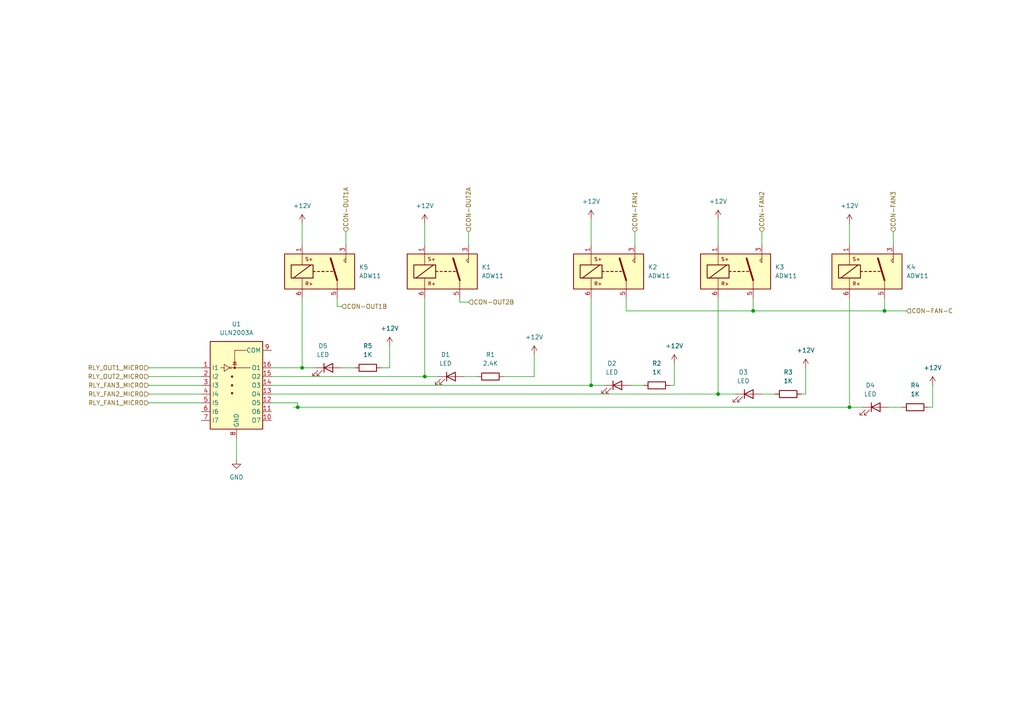
<source format=kicad_sch>
(kicad_sch (version 20230121) (generator eeschema)

  (uuid 87211d9e-03fa-4a81-ad5a-456d7856b01f)

  (paper "A4")

  (lib_symbols
    (symbol "Device:LED" (pin_numbers hide) (pin_names (offset 1.016) hide) (in_bom yes) (on_board yes)
      (property "Reference" "D" (at 0 2.54 0)
        (effects (font (size 1.27 1.27)))
      )
      (property "Value" "LED" (at 0 -2.54 0)
        (effects (font (size 1.27 1.27)))
      )
      (property "Footprint" "" (at 0 0 0)
        (effects (font (size 1.27 1.27)) hide)
      )
      (property "Datasheet" "~" (at 0 0 0)
        (effects (font (size 1.27 1.27)) hide)
      )
      (property "ki_keywords" "LED diode" (at 0 0 0)
        (effects (font (size 1.27 1.27)) hide)
      )
      (property "ki_description" "Light emitting diode" (at 0 0 0)
        (effects (font (size 1.27 1.27)) hide)
      )
      (property "ki_fp_filters" "LED* LED_SMD:* LED_THT:*" (at 0 0 0)
        (effects (font (size 1.27 1.27)) hide)
      )
      (symbol "LED_0_1"
        (polyline
          (pts
            (xy -1.27 -1.27)
            (xy -1.27 1.27)
          )
          (stroke (width 0.254) (type default))
          (fill (type none))
        )
        (polyline
          (pts
            (xy -1.27 0)
            (xy 1.27 0)
          )
          (stroke (width 0) (type default))
          (fill (type none))
        )
        (polyline
          (pts
            (xy 1.27 -1.27)
            (xy 1.27 1.27)
            (xy -1.27 0)
            (xy 1.27 -1.27)
          )
          (stroke (width 0.254) (type default))
          (fill (type none))
        )
        (polyline
          (pts
            (xy -3.048 -0.762)
            (xy -4.572 -2.286)
            (xy -3.81 -2.286)
            (xy -4.572 -2.286)
            (xy -4.572 -1.524)
          )
          (stroke (width 0) (type default))
          (fill (type none))
        )
        (polyline
          (pts
            (xy -1.778 -0.762)
            (xy -3.302 -2.286)
            (xy -2.54 -2.286)
            (xy -3.302 -2.286)
            (xy -3.302 -1.524)
          )
          (stroke (width 0) (type default))
          (fill (type none))
        )
      )
      (symbol "LED_1_1"
        (pin passive line (at -3.81 0 0) (length 2.54)
          (name "K" (effects (font (size 1.27 1.27))))
          (number "1" (effects (font (size 1.27 1.27))))
        )
        (pin passive line (at 3.81 0 180) (length 2.54)
          (name "A" (effects (font (size 1.27 1.27))))
          (number "2" (effects (font (size 1.27 1.27))))
        )
      )
    )
    (symbol "Device:R" (pin_numbers hide) (pin_names (offset 0)) (in_bom yes) (on_board yes)
      (property "Reference" "R" (at 2.032 0 90)
        (effects (font (size 1.27 1.27)))
      )
      (property "Value" "R" (at 0 0 90)
        (effects (font (size 1.27 1.27)))
      )
      (property "Footprint" "" (at -1.778 0 90)
        (effects (font (size 1.27 1.27)) hide)
      )
      (property "Datasheet" "~" (at 0 0 0)
        (effects (font (size 1.27 1.27)) hide)
      )
      (property "ki_keywords" "R res resistor" (at 0 0 0)
        (effects (font (size 1.27 1.27)) hide)
      )
      (property "ki_description" "Resistor" (at 0 0 0)
        (effects (font (size 1.27 1.27)) hide)
      )
      (property "ki_fp_filters" "R_*" (at 0 0 0)
        (effects (font (size 1.27 1.27)) hide)
      )
      (symbol "R_0_1"
        (rectangle (start -1.016 -2.54) (end 1.016 2.54)
          (stroke (width 0.254) (type default))
          (fill (type none))
        )
      )
      (symbol "R_1_1"
        (pin passive line (at 0 3.81 270) (length 1.27)
          (name "~" (effects (font (size 1.27 1.27))))
          (number "1" (effects (font (size 1.27 1.27))))
        )
        (pin passive line (at 0 -3.81 90) (length 1.27)
          (name "~" (effects (font (size 1.27 1.27))))
          (number "2" (effects (font (size 1.27 1.27))))
        )
      )
    )
    (symbol "Relay:ADW11" (in_bom yes) (on_board yes)
      (property "Reference" "K" (at 11.43 3.81 0)
        (effects (font (size 1.27 1.27)))
      )
      (property "Value" "ADW11" (at 13.97 1.27 0)
        (effects (font (size 1.27 1.27)))
      )
      (property "Footprint" "Relay_THT:Relay_1P1T_NO_10x24x18.8mm_Panasonic_ADW11xxxxW_THT" (at 33.655 -1.27 0)
        (effects (font (size 1.27 1.27)) hide)
      )
      (property "Datasheet" "https://www.panasonic-electric-works.com/pew/es/downloads/ds_dw_hl_en.pdf" (at 0 0 0)
        (effects (font (size 1.27 1.27)) hide)
      )
      (property "ki_keywords" "SPST 1P1T" (at 0 0 0)
        (effects (font (size 1.27 1.27)) hide)
      )
      (property "ki_description" "Panasonic, 8A/16A, Small Polarized Latching Power Relays, Single coil, 1 Form A" (at 0 0 0)
        (effects (font (size 1.27 1.27)) hide)
      )
      (property "ki_fp_filters" "Relay*1P1T*NO*Panasonic*ADW11xxxxW*" (at 0 0 0)
        (effects (font (size 1.27 1.27)) hide)
      )
      (symbol "ADW11_1_1"
        (rectangle (start -10.16 5.08) (end 10.16 -5.08)
          (stroke (width 0.254) (type default))
          (fill (type background))
        )
        (rectangle (start -8.255 1.905) (end -1.905 -1.905)
          (stroke (width 0.254) (type default))
          (fill (type none))
        )
        (polyline
          (pts
            (xy -7.62 -1.905)
            (xy -2.54 1.905)
          )
          (stroke (width 0.254) (type default))
          (fill (type none))
        )
        (polyline
          (pts
            (xy -5.08 -5.08)
            (xy -5.08 -1.905)
          )
          (stroke (width 0) (type default))
          (fill (type none))
        )
        (polyline
          (pts
            (xy -5.08 5.08)
            (xy -5.08 1.905)
          )
          (stroke (width 0) (type default))
          (fill (type none))
        )
        (polyline
          (pts
            (xy -1.905 0)
            (xy -1.27 0)
          )
          (stroke (width 0.254) (type default))
          (fill (type none))
        )
        (polyline
          (pts
            (xy -0.635 0)
            (xy 0 0)
          )
          (stroke (width 0.254) (type default))
          (fill (type none))
        )
        (polyline
          (pts
            (xy 0.635 0)
            (xy 1.27 0)
          )
          (stroke (width 0.254) (type default))
          (fill (type none))
        )
        (polyline
          (pts
            (xy 0.635 0)
            (xy 1.27 0)
          )
          (stroke (width 0.254) (type default))
          (fill (type none))
        )
        (polyline
          (pts
            (xy 1.905 0)
            (xy 2.54 0)
          )
          (stroke (width 0.254) (type default))
          (fill (type none))
        )
        (polyline
          (pts
            (xy 3.175 0)
            (xy 3.81 0)
          )
          (stroke (width 0.254) (type default))
          (fill (type none))
        )
        (polyline
          (pts
            (xy 5.08 -2.54)
            (xy 3.175 3.81)
          )
          (stroke (width 0.508) (type default))
          (fill (type none))
        )
        (polyline
          (pts
            (xy 5.08 -2.54)
            (xy 5.08 -5.08)
          )
          (stroke (width 0) (type default))
          (fill (type none))
        )
        (polyline
          (pts
            (xy 7.62 3.81)
            (xy 7.62 5.08)
          )
          (stroke (width 0) (type default))
          (fill (type none))
        )
        (polyline
          (pts
            (xy 7.62 3.81)
            (xy 7.62 2.54)
            (xy 6.985 3.175)
            (xy 7.62 3.81)
          )
          (stroke (width 0) (type default))
          (fill (type none))
        )
        (text "R+" (at -3.048 -3.556 0)
          (effects (font (size 1.016 1.016)))
        )
        (text "S+" (at -3.048 3.556 0)
          (effects (font (size 1.016 1.016)))
        )
        (pin passive line (at -5.08 7.62 270) (length 2.54)
          (name "~" (effects (font (size 1.27 1.27))))
          (number "1" (effects (font (size 1.27 1.27))))
        )
        (pin passive line (at 7.62 7.62 270) (length 2.54)
          (name "~" (effects (font (size 1.27 1.27))))
          (number "3" (effects (font (size 1.27 1.27))))
        )
        (pin passive line (at 5.08 -7.62 90) (length 2.54)
          (name "~" (effects (font (size 1.27 1.27))))
          (number "5" (effects (font (size 1.27 1.27))))
        )
        (pin passive line (at -5.08 -7.62 90) (length 2.54)
          (name "~" (effects (font (size 1.27 1.27))))
          (number "6" (effects (font (size 1.27 1.27))))
        )
      )
    )
    (symbol "Transistor_Array:ULN2003A" (in_bom yes) (on_board yes)
      (property "Reference" "U" (at 0 15.875 0)
        (effects (font (size 1.27 1.27)))
      )
      (property "Value" "ULN2003A" (at 0 13.97 0)
        (effects (font (size 1.27 1.27)))
      )
      (property "Footprint" "" (at 1.27 -13.97 0)
        (effects (font (size 1.27 1.27)) (justify left) hide)
      )
      (property "Datasheet" "http://www.ti.com/lit/ds/symlink/uln2003a.pdf" (at 2.54 -5.08 0)
        (effects (font (size 1.27 1.27)) hide)
      )
      (property "ki_keywords" "darlington transistor array" (at 0 0 0)
        (effects (font (size 1.27 1.27)) hide)
      )
      (property "ki_description" "High Voltage, High Current Darlington Transistor Arrays, SOIC16/SOIC16W/DIP16/TSSOP16" (at 0 0 0)
        (effects (font (size 1.27 1.27)) hide)
      )
      (property "ki_fp_filters" "DIP*W7.62mm* SOIC*3.9x9.9mm*P1.27mm* SSOP*4.4x5.2mm*P0.65mm* TSSOP*4.4x5mm*P0.65mm* SOIC*W*5.3x10.2mm*P1.27mm*" (at 0 0 0)
        (effects (font (size 1.27 1.27)) hide)
      )
      (symbol "ULN2003A_0_1"
        (rectangle (start -7.62 -12.7) (end 7.62 12.7)
          (stroke (width 0.254) (type default))
          (fill (type background))
        )
        (circle (center -1.778 5.08) (radius 0.254)
          (stroke (width 0) (type default))
          (fill (type none))
        )
        (circle (center -1.27 -2.286) (radius 0.254)
          (stroke (width 0) (type default))
          (fill (type outline))
        )
        (circle (center -1.27 0) (radius 0.254)
          (stroke (width 0) (type default))
          (fill (type outline))
        )
        (circle (center -1.27 2.54) (radius 0.254)
          (stroke (width 0) (type default))
          (fill (type outline))
        )
        (circle (center -0.508 5.08) (radius 0.254)
          (stroke (width 0) (type default))
          (fill (type outline))
        )
        (polyline
          (pts
            (xy -4.572 5.08)
            (xy -3.556 5.08)
          )
          (stroke (width 0) (type default))
          (fill (type none))
        )
        (polyline
          (pts
            (xy -1.524 5.08)
            (xy 4.064 5.08)
          )
          (stroke (width 0) (type default))
          (fill (type none))
        )
        (polyline
          (pts
            (xy 0 6.731)
            (xy -1.016 6.731)
          )
          (stroke (width 0) (type default))
          (fill (type none))
        )
        (polyline
          (pts
            (xy -0.508 5.08)
            (xy -0.508 10.16)
            (xy 2.921 10.16)
          )
          (stroke (width 0) (type default))
          (fill (type none))
        )
        (polyline
          (pts
            (xy -3.556 6.096)
            (xy -3.556 4.064)
            (xy -2.032 5.08)
            (xy -3.556 6.096)
          )
          (stroke (width 0) (type default))
          (fill (type none))
        )
        (polyline
          (pts
            (xy 0 5.969)
            (xy -1.016 5.969)
            (xy -0.508 6.731)
            (xy 0 5.969)
          )
          (stroke (width 0) (type default))
          (fill (type none))
        )
      )
      (symbol "ULN2003A_1_1"
        (pin input line (at -10.16 5.08 0) (length 2.54)
          (name "I1" (effects (font (size 1.27 1.27))))
          (number "1" (effects (font (size 1.27 1.27))))
        )
        (pin open_collector line (at 10.16 -10.16 180) (length 2.54)
          (name "O7" (effects (font (size 1.27 1.27))))
          (number "10" (effects (font (size 1.27 1.27))))
        )
        (pin open_collector line (at 10.16 -7.62 180) (length 2.54)
          (name "O6" (effects (font (size 1.27 1.27))))
          (number "11" (effects (font (size 1.27 1.27))))
        )
        (pin open_collector line (at 10.16 -5.08 180) (length 2.54)
          (name "O5" (effects (font (size 1.27 1.27))))
          (number "12" (effects (font (size 1.27 1.27))))
        )
        (pin open_collector line (at 10.16 -2.54 180) (length 2.54)
          (name "O4" (effects (font (size 1.27 1.27))))
          (number "13" (effects (font (size 1.27 1.27))))
        )
        (pin open_collector line (at 10.16 0 180) (length 2.54)
          (name "O3" (effects (font (size 1.27 1.27))))
          (number "14" (effects (font (size 1.27 1.27))))
        )
        (pin open_collector line (at 10.16 2.54 180) (length 2.54)
          (name "O2" (effects (font (size 1.27 1.27))))
          (number "15" (effects (font (size 1.27 1.27))))
        )
        (pin open_collector line (at 10.16 5.08 180) (length 2.54)
          (name "O1" (effects (font (size 1.27 1.27))))
          (number "16" (effects (font (size 1.27 1.27))))
        )
        (pin input line (at -10.16 2.54 0) (length 2.54)
          (name "I2" (effects (font (size 1.27 1.27))))
          (number "2" (effects (font (size 1.27 1.27))))
        )
        (pin input line (at -10.16 0 0) (length 2.54)
          (name "I3" (effects (font (size 1.27 1.27))))
          (number "3" (effects (font (size 1.27 1.27))))
        )
        (pin input line (at -10.16 -2.54 0) (length 2.54)
          (name "I4" (effects (font (size 1.27 1.27))))
          (number "4" (effects (font (size 1.27 1.27))))
        )
        (pin input line (at -10.16 -5.08 0) (length 2.54)
          (name "I5" (effects (font (size 1.27 1.27))))
          (number "5" (effects (font (size 1.27 1.27))))
        )
        (pin input line (at -10.16 -7.62 0) (length 2.54)
          (name "I6" (effects (font (size 1.27 1.27))))
          (number "6" (effects (font (size 1.27 1.27))))
        )
        (pin input line (at -10.16 -10.16 0) (length 2.54)
          (name "I7" (effects (font (size 1.27 1.27))))
          (number "7" (effects (font (size 1.27 1.27))))
        )
        (pin power_in line (at 0 -15.24 90) (length 2.54)
          (name "GND" (effects (font (size 1.27 1.27))))
          (number "8" (effects (font (size 1.27 1.27))))
        )
        (pin passive line (at 10.16 10.16 180) (length 2.54)
          (name "COM" (effects (font (size 1.27 1.27))))
          (number "9" (effects (font (size 1.27 1.27))))
        )
      )
    )
    (symbol "power:+12V" (power) (pin_names (offset 0)) (in_bom yes) (on_board yes)
      (property "Reference" "#PWR" (at 0 -3.81 0)
        (effects (font (size 1.27 1.27)) hide)
      )
      (property "Value" "+12V" (at 0 3.556 0)
        (effects (font (size 1.27 1.27)))
      )
      (property "Footprint" "" (at 0 0 0)
        (effects (font (size 1.27 1.27)) hide)
      )
      (property "Datasheet" "" (at 0 0 0)
        (effects (font (size 1.27 1.27)) hide)
      )
      (property "ki_keywords" "global power" (at 0 0 0)
        (effects (font (size 1.27 1.27)) hide)
      )
      (property "ki_description" "Power symbol creates a global label with name \"+12V\"" (at 0 0 0)
        (effects (font (size 1.27 1.27)) hide)
      )
      (symbol "+12V_0_1"
        (polyline
          (pts
            (xy -0.762 1.27)
            (xy 0 2.54)
          )
          (stroke (width 0) (type default))
          (fill (type none))
        )
        (polyline
          (pts
            (xy 0 0)
            (xy 0 2.54)
          )
          (stroke (width 0) (type default))
          (fill (type none))
        )
        (polyline
          (pts
            (xy 0 2.54)
            (xy 0.762 1.27)
          )
          (stroke (width 0) (type default))
          (fill (type none))
        )
      )
      (symbol "+12V_1_1"
        (pin power_in line (at 0 0 90) (length 0) hide
          (name "+12V" (effects (font (size 1.27 1.27))))
          (number "1" (effects (font (size 1.27 1.27))))
        )
      )
    )
    (symbol "power:GND" (power) (pin_names (offset 0)) (in_bom yes) (on_board yes)
      (property "Reference" "#PWR" (at 0 -6.35 0)
        (effects (font (size 1.27 1.27)) hide)
      )
      (property "Value" "GND" (at 0 -3.81 0)
        (effects (font (size 1.27 1.27)))
      )
      (property "Footprint" "" (at 0 0 0)
        (effects (font (size 1.27 1.27)) hide)
      )
      (property "Datasheet" "" (at 0 0 0)
        (effects (font (size 1.27 1.27)) hide)
      )
      (property "ki_keywords" "global power" (at 0 0 0)
        (effects (font (size 1.27 1.27)) hide)
      )
      (property "ki_description" "Power symbol creates a global label with name \"GND\" , ground" (at 0 0 0)
        (effects (font (size 1.27 1.27)) hide)
      )
      (symbol "GND_0_1"
        (polyline
          (pts
            (xy 0 0)
            (xy 0 -1.27)
            (xy 1.27 -1.27)
            (xy 0 -2.54)
            (xy -1.27 -1.27)
            (xy 0 -1.27)
          )
          (stroke (width 0) (type default))
          (fill (type none))
        )
      )
      (symbol "GND_1_1"
        (pin power_in line (at 0 0 270) (length 0) hide
          (name "GND" (effects (font (size 1.27 1.27))))
          (number "1" (effects (font (size 1.27 1.27))))
        )
      )
    )
  )

  (junction (at 208.28 114.3) (diameter 0) (color 0 0 0 0)
    (uuid 180635f2-5487-4e70-ad86-e25f2ffac90d)
  )
  (junction (at 123.19 109.22) (diameter 0) (color 0 0 0 0)
    (uuid 4fdcf0a7-f8ae-4404-8284-95fa79eadae6)
  )
  (junction (at 256.54 90.17) (diameter 0) (color 0 0 0 0)
    (uuid 8f2b160f-6051-40ac-9d6b-c25bcbbc855a)
  )
  (junction (at 87.63 106.68) (diameter 0) (color 0 0 0 0)
    (uuid 9fc081f2-2f28-4935-aebe-01a667b02308)
  )
  (junction (at 171.45 111.76) (diameter 0) (color 0 0 0 0)
    (uuid cf6ced28-10f7-4d48-ab90-8ddfde4324ca)
  )
  (junction (at 86.36 118.11) (diameter 0) (color 0 0 0 0)
    (uuid d39268e7-e6f3-4105-a6f8-6e1a58cee70a)
  )
  (junction (at 246.38 118.11) (diameter 0) (color 0 0 0 0)
    (uuid ea594f3c-4ed4-41e6-a1fa-03e6c51b60b9)
  )
  (junction (at 218.44 90.17) (diameter 0) (color 0 0 0 0)
    (uuid eb084c6d-8bb8-4453-9541-6cfca34f1cde)
  )

  (wire (pts (xy 218.44 90.17) (xy 256.54 90.17))
    (stroke (width 0) (type default))
    (uuid 023a31fb-2656-461c-a5cf-2d2586c37a07)
  )
  (wire (pts (xy 99.06 106.68) (xy 102.87 106.68))
    (stroke (width 0) (type default))
    (uuid 07a371b7-f784-44bb-8724-5b1cfb821f4d)
  )
  (wire (pts (xy 43.18 116.84) (xy 58.42 116.84))
    (stroke (width 0) (type default))
    (uuid 07e5df51-5a14-4916-bf27-86d90b65fed3)
  )
  (wire (pts (xy 257.81 118.11) (xy 261.62 118.11))
    (stroke (width 0) (type default))
    (uuid 0b385cfc-8bf2-46bc-920b-80ced991f5e0)
  )
  (wire (pts (xy 123.19 86.36) (xy 123.19 109.22))
    (stroke (width 0) (type default))
    (uuid 0d19d0e7-08ef-49ab-a52c-ffa1bd753ccc)
  )
  (wire (pts (xy 86.36 118.11) (xy 86.36 116.84))
    (stroke (width 0) (type default))
    (uuid 0d58b15d-3f36-4aeb-8814-b8c2bda2abb8)
  )
  (wire (pts (xy 133.35 86.36) (xy 133.35 87.63))
    (stroke (width 0) (type default))
    (uuid 1487502d-ef58-43c1-909e-f5794b1ac76a)
  )
  (wire (pts (xy 233.68 114.3) (xy 233.68 106.68))
    (stroke (width 0) (type default))
    (uuid 1a144a26-bc4f-464f-92d8-fcfecee06e98)
  )
  (wire (pts (xy 78.74 111.76) (xy 171.45 111.76))
    (stroke (width 0) (type default))
    (uuid 1c195921-6ff3-44bb-99fd-353428b01531)
  )
  (wire (pts (xy 85.09 118.11) (xy 86.36 118.11))
    (stroke (width 0) (type default))
    (uuid 1cd0310f-135c-4516-b5cf-64d996ae8f28)
  )
  (wire (pts (xy 133.35 87.63) (xy 135.89 87.63))
    (stroke (width 0) (type default))
    (uuid 25d2f149-12ab-46ba-9a79-626a52403fb2)
  )
  (wire (pts (xy 208.28 114.3) (xy 213.36 114.3))
    (stroke (width 0) (type default))
    (uuid 25ea5985-5373-499c-a48e-1a3f5d56b4a0)
  )
  (wire (pts (xy 256.54 90.17) (xy 262.89 90.17))
    (stroke (width 0) (type default))
    (uuid 29f55f45-369b-42ea-8120-7fca32618f4a)
  )
  (wire (pts (xy 246.38 64.77) (xy 246.38 71.12))
    (stroke (width 0) (type default))
    (uuid 345b1fa8-0281-4318-8114-06d2b8066eab)
  )
  (wire (pts (xy 123.19 109.22) (xy 127 109.22))
    (stroke (width 0) (type default))
    (uuid 3c30fc27-2a54-4557-ae0f-ee92e2d35671)
  )
  (wire (pts (xy 171.45 86.36) (xy 171.45 111.76))
    (stroke (width 0) (type default))
    (uuid 3dc51a18-55c2-4c53-89dc-01464cf941e6)
  )
  (wire (pts (xy 87.63 106.68) (xy 91.44 106.68))
    (stroke (width 0) (type default))
    (uuid 42170cb8-8d29-4794-84f7-e3a873d8acfc)
  )
  (wire (pts (xy 43.18 106.68) (xy 58.42 106.68))
    (stroke (width 0) (type default))
    (uuid 43dbe99f-6630-47fd-b4a8-3e8b9b5bd2f3)
  )
  (wire (pts (xy 123.19 64.77) (xy 123.19 71.12))
    (stroke (width 0) (type default))
    (uuid 44c06e9b-aea0-433a-946a-f363b5a709fe)
  )
  (wire (pts (xy 43.18 109.22) (xy 58.42 109.22))
    (stroke (width 0) (type default))
    (uuid 44f56e52-44e0-46ac-a619-8deff5a827b5)
  )
  (wire (pts (xy 194.31 111.76) (xy 195.58 111.76))
    (stroke (width 0) (type default))
    (uuid 45cf7444-4934-41b1-991c-ab191ef719d1)
  )
  (wire (pts (xy 100.33 67.31) (xy 100.33 71.12))
    (stroke (width 0) (type default))
    (uuid 4a2e29ba-c315-4011-ac9e-0e17dd7113f8)
  )
  (wire (pts (xy 256.54 86.36) (xy 256.54 90.17))
    (stroke (width 0) (type default))
    (uuid 51390789-0375-4cf0-b6e9-09f145fe1505)
  )
  (wire (pts (xy 154.94 109.22) (xy 154.94 102.87))
    (stroke (width 0) (type default))
    (uuid 55ecaf1d-3052-4eb2-b8a7-19e2930160be)
  )
  (wire (pts (xy 78.74 114.3) (xy 208.28 114.3))
    (stroke (width 0) (type default))
    (uuid 60490232-5b3c-4480-ad8e-18cf53c2bafa)
  )
  (wire (pts (xy 87.63 64.77) (xy 87.63 71.12))
    (stroke (width 0) (type default))
    (uuid 6357c5aa-0f07-43f8-a023-1f9ecc997105)
  )
  (wire (pts (xy 146.05 109.22) (xy 154.94 109.22))
    (stroke (width 0) (type default))
    (uuid 66643241-e9ca-417c-9e52-402e47bb83f9)
  )
  (wire (pts (xy 246.38 86.36) (xy 246.38 118.11))
    (stroke (width 0) (type default))
    (uuid 67c875e7-2854-4926-9193-0e525f92eb14)
  )
  (wire (pts (xy 110.49 106.68) (xy 113.03 106.68))
    (stroke (width 0) (type default))
    (uuid 69c65115-782f-454b-b203-98d61e92f531)
  )
  (wire (pts (xy 97.79 88.9) (xy 99.06 88.9))
    (stroke (width 0) (type default))
    (uuid 7142e8ef-5429-40ed-964a-e7340a5f75f8)
  )
  (wire (pts (xy 181.61 86.36) (xy 181.61 90.17))
    (stroke (width 0) (type default))
    (uuid 7b9e221d-1ca1-4d14-962b-b7750fb5a85d)
  )
  (wire (pts (xy 171.45 111.76) (xy 175.26 111.76))
    (stroke (width 0) (type default))
    (uuid 7f455e94-86f9-4b48-aa45-d716695eb7e5)
  )
  (wire (pts (xy 269.24 118.11) (xy 270.51 118.11))
    (stroke (width 0) (type default))
    (uuid 82953f86-d2de-4e09-b9cd-2873f6da557e)
  )
  (wire (pts (xy 259.08 67.31) (xy 259.08 71.12))
    (stroke (width 0) (type default))
    (uuid 91f0e8e4-5e12-46e2-8493-22d9fda12f00)
  )
  (wire (pts (xy 195.58 111.76) (xy 195.58 105.41))
    (stroke (width 0) (type default))
    (uuid 9c787be3-7df1-42bb-801e-e740ee20ce5e)
  )
  (wire (pts (xy 113.03 106.68) (xy 113.03 100.33))
    (stroke (width 0) (type default))
    (uuid 9d165d1b-b9c0-49c2-8057-da6b84e1997e)
  )
  (wire (pts (xy 208.28 86.36) (xy 208.28 114.3))
    (stroke (width 0) (type default))
    (uuid a338d987-7172-46d8-a3dd-1404182c1bdb)
  )
  (wire (pts (xy 78.74 106.68) (xy 87.63 106.68))
    (stroke (width 0) (type default))
    (uuid a4a3b5a7-ea50-40f2-8d56-023c1ab860b4)
  )
  (wire (pts (xy 233.68 114.3) (xy 232.41 114.3))
    (stroke (width 0) (type default))
    (uuid a5e5a043-03a1-45a5-a760-3594561f4743)
  )
  (wire (pts (xy 184.15 67.31) (xy 184.15 71.12))
    (stroke (width 0) (type default))
    (uuid acc6b315-6174-4dee-8d57-212ef1ccbfef)
  )
  (wire (pts (xy 220.98 67.31) (xy 220.98 71.12))
    (stroke (width 0) (type default))
    (uuid b597d450-54a5-49c8-9eb3-1e5a1b715b77)
  )
  (wire (pts (xy 246.38 118.11) (xy 250.19 118.11))
    (stroke (width 0) (type default))
    (uuid b59ab8b1-3444-4f21-8abb-d6ef7c98429f)
  )
  (wire (pts (xy 182.88 111.76) (xy 186.69 111.76))
    (stroke (width 0) (type default))
    (uuid bdf6d7d9-ac2c-4b60-8cae-b64520ec3648)
  )
  (wire (pts (xy 87.63 86.36) (xy 87.63 106.68))
    (stroke (width 0) (type default))
    (uuid cb71298a-9d12-49f5-af28-983699bab8c0)
  )
  (wire (pts (xy 78.74 109.22) (xy 123.19 109.22))
    (stroke (width 0) (type default))
    (uuid ce803822-a2b6-4cec-b708-134bba6fe31c)
  )
  (wire (pts (xy 86.36 118.11) (xy 246.38 118.11))
    (stroke (width 0) (type default))
    (uuid d77a0805-c109-4b43-a091-47f294e9f7b0)
  )
  (wire (pts (xy 68.58 127) (xy 68.58 133.35))
    (stroke (width 0) (type default))
    (uuid d95d30fe-f1e4-470b-a531-98c251e0faae)
  )
  (wire (pts (xy 134.62 109.22) (xy 138.43 109.22))
    (stroke (width 0) (type default))
    (uuid d9e10bc5-3a3d-4f29-acf3-7156c56abb2f)
  )
  (wire (pts (xy 43.18 114.3) (xy 58.42 114.3))
    (stroke (width 0) (type default))
    (uuid dc44d590-f35a-497d-a070-bca84f871998)
  )
  (wire (pts (xy 220.98 114.3) (xy 224.79 114.3))
    (stroke (width 0) (type default))
    (uuid e09d8c11-0524-4c62-8cf4-92b6833ccd18)
  )
  (wire (pts (xy 218.44 86.36) (xy 218.44 90.17))
    (stroke (width 0) (type default))
    (uuid e1e3187b-49bf-42c3-8dd0-70ee1f25d94f)
  )
  (wire (pts (xy 171.45 63.5) (xy 171.45 71.12))
    (stroke (width 0) (type default))
    (uuid e30d10f1-34d7-4451-aec2-9d8460cf7e0d)
  )
  (wire (pts (xy 270.51 118.11) (xy 270.51 111.76))
    (stroke (width 0) (type default))
    (uuid e5e2a6bd-5b48-4555-a1cd-a6018a0c1b16)
  )
  (wire (pts (xy 208.28 63.5) (xy 208.28 71.12))
    (stroke (width 0) (type default))
    (uuid ecf188cd-b3a6-402c-ae96-4a33d2ace4e8)
  )
  (wire (pts (xy 181.61 90.17) (xy 218.44 90.17))
    (stroke (width 0) (type default))
    (uuid ef5a2db7-1c5d-4836-ac13-8dc081da4ec9)
  )
  (wire (pts (xy 97.79 86.36) (xy 97.79 88.9))
    (stroke (width 0) (type default))
    (uuid f6d908aa-b978-45a9-8d4c-6a4e2dd2f4fd)
  )
  (wire (pts (xy 86.36 116.84) (xy 78.74 116.84))
    (stroke (width 0) (type default))
    (uuid fa358055-f607-4c49-8156-e18d6ddcc817)
  )
  (wire (pts (xy 43.18 111.76) (xy 58.42 111.76))
    (stroke (width 0) (type default))
    (uuid fd459123-1276-4359-937c-282d8527d0f6)
  )
  (wire (pts (xy 135.89 67.31) (xy 135.89 71.12))
    (stroke (width 0) (type default))
    (uuid ff02bd53-f486-4ed6-b95a-a276ef73cd93)
  )

  (hierarchical_label "RLY_OUT1_MICRO" (shape input) (at 43.18 106.68 180) (fields_autoplaced)
    (effects (font (size 1.27 1.27)) (justify right))
    (uuid 02d4122a-5026-417c-8fbe-b1adc68ce213)
  )
  (hierarchical_label "CON-OUT2B" (shape input) (at 135.89 87.63 0) (fields_autoplaced)
    (effects (font (size 1.27 1.27)) (justify left))
    (uuid 0a3a9e99-d696-4845-999a-70d8bee8b661)
  )
  (hierarchical_label "CON-FAN1" (shape input) (at 184.15 67.31 90) (fields_autoplaced)
    (effects (font (size 1.27 1.27)) (justify left))
    (uuid 127ea9a0-eeeb-4ab3-8595-1beea7ae443e)
  )
  (hierarchical_label "CON-FAN3" (shape input) (at 259.08 67.31 90) (fields_autoplaced)
    (effects (font (size 1.27 1.27)) (justify left))
    (uuid 14ed8a97-9d16-49aa-96d4-ab04375b8dcd)
  )
  (hierarchical_label "RLY_FAN1_MICRO" (shape input) (at 43.18 116.84 180) (fields_autoplaced)
    (effects (font (size 1.27 1.27)) (justify right))
    (uuid 3c567380-dae2-4ef2-8f85-d17bc583d5dd)
  )
  (hierarchical_label "RLY_FAN2_MICRO" (shape input) (at 43.18 114.3 180) (fields_autoplaced)
    (effects (font (size 1.27 1.27)) (justify right))
    (uuid 4bc81204-f813-49ba-8766-0f3420abdd00)
  )
  (hierarchical_label "RLY_FAN3_MICRO" (shape input) (at 43.18 111.76 180) (fields_autoplaced)
    (effects (font (size 1.27 1.27)) (justify right))
    (uuid 5a8d07c7-5dd4-4289-9f1c-479162d3e7e3)
  )
  (hierarchical_label "CON-FAN-C" (shape input) (at 262.89 90.17 0) (fields_autoplaced)
    (effects (font (size 1.27 1.27)) (justify left))
    (uuid 5e511781-f8a9-4b1f-9939-1500235a3908)
  )
  (hierarchical_label "CON-FAN2" (shape input) (at 220.98 67.31 90) (fields_autoplaced)
    (effects (font (size 1.27 1.27)) (justify left))
    (uuid 63e6661c-595e-457d-a5e2-b80ff90cd71e)
  )
  (hierarchical_label "CON-OUT1B" (shape input) (at 99.06 88.9 0) (fields_autoplaced)
    (effects (font (size 1.27 1.27)) (justify left))
    (uuid 6d6944ce-6393-4706-addf-24e1926033c4)
  )
  (hierarchical_label "CON-OUT2A" (shape input) (at 135.89 67.31 90) (fields_autoplaced)
    (effects (font (size 1.27 1.27)) (justify left))
    (uuid 79fc9a89-a275-44c0-972d-0bde51a59816)
  )
  (hierarchical_label "CON-OUT1A" (shape input) (at 100.33 67.31 90) (fields_autoplaced)
    (effects (font (size 1.27 1.27)) (justify left))
    (uuid 7ef1c5db-99fd-4c3e-bec1-0f757cb57bf0)
  )
  (hierarchical_label "RLY_OUT2_MICRO" (shape input) (at 43.18 109.22 180) (fields_autoplaced)
    (effects (font (size 1.27 1.27)) (justify right))
    (uuid d1aabd47-5f56-4660-b3a7-a0e24b33445a)
  )

  (symbol (lib_id "Relay:ADW11") (at 176.53 78.74 0) (unit 1)
    (in_bom yes) (on_board yes) (dnp no) (fields_autoplaced)
    (uuid 0bfd0c5b-bfcb-4198-bfab-f45440a80b59)
    (property "Reference" "K2" (at 187.96 77.47 0)
      (effects (font (size 1.27 1.27)) (justify left))
    )
    (property "Value" "ADW11" (at 187.96 80.01 0)
      (effects (font (size 1.27 1.27)) (justify left))
    )
    (property "Footprint" "nuevo simbolo:AZ921" (at 210.185 80.01 0)
      (effects (font (size 1.27 1.27)) hide)
    )
    (property "Datasheet" "https://www.panasonic-electric-works.com/pew/es/downloads/ds_dw_hl_en.pdf" (at 176.53 78.74 0)
      (effects (font (size 1.27 1.27)) hide)
    )
    (pin "1" (uuid 13346f0d-2a0f-4dd8-8112-c0581827921a))
    (pin "3" (uuid c1949855-ed60-4af6-8c37-9c6a506b09e2))
    (pin "5" (uuid 71b9fd6c-5633-47d8-8775-451982e4a076))
    (pin "6" (uuid 067afd46-612c-4bf8-8d08-cd784c229756))
    (instances
      (project "Room_Link"
        (path "/c4ebd78f-0c54-42fb-8411-155772684713/6ffab1c0-a902-4896-acce-96f8f8ea2f51/af24c598-c80e-4034-b866-6a224557696e"
          (reference "K2") (unit 1)
        )
      )
    )
  )

  (symbol (lib_id "Device:LED") (at 95.25 106.68 0) (unit 1)
    (in_bom yes) (on_board yes) (dnp no) (fields_autoplaced)
    (uuid 0c8660de-a718-4b8c-b2e1-cfe70daa53dc)
    (property "Reference" "D5" (at 93.6625 100.33 0)
      (effects (font (size 1.27 1.27)))
    )
    (property "Value" "LED" (at 93.6625 102.87 0)
      (effects (font (size 1.27 1.27)))
    )
    (property "Footprint" "LED_SMD:LED_0805_2012Metric_Pad1.15x1.40mm_HandSolder" (at 95.25 106.68 0)
      (effects (font (size 1.27 1.27)) hide)
    )
    (property "Datasheet" "~" (at 95.25 106.68 0)
      (effects (font (size 1.27 1.27)) hide)
    )
    (pin "1" (uuid 167379fa-e970-41cd-b9d4-91509b285404))
    (pin "2" (uuid 687dd6ce-711a-4559-824f-c150ee25275a))
    (instances
      (project "Room_Link"
        (path "/c4ebd78f-0c54-42fb-8411-155772684713/6ffab1c0-a902-4896-acce-96f8f8ea2f51/af24c598-c80e-4034-b866-6a224557696e"
          (reference "D5") (unit 1)
        )
      )
    )
  )

  (symbol (lib_id "power:GND") (at 68.58 133.35 0) (unit 1)
    (in_bom yes) (on_board yes) (dnp no) (fields_autoplaced)
    (uuid 11d69ea5-bbde-407f-b09b-3f7b5af6d863)
    (property "Reference" "#PWR06" (at 68.58 139.7 0)
      (effects (font (size 1.27 1.27)) hide)
    )
    (property "Value" "GND" (at 68.58 138.43 0)
      (effects (font (size 1.27 1.27)))
    )
    (property "Footprint" "" (at 68.58 133.35 0)
      (effects (font (size 1.27 1.27)) hide)
    )
    (property "Datasheet" "" (at 68.58 133.35 0)
      (effects (font (size 1.27 1.27)) hide)
    )
    (pin "1" (uuid f384c670-2a70-4919-9fdd-b0ab0ebe205f))
    (instances
      (project "Room_Link"
        (path "/c4ebd78f-0c54-42fb-8411-155772684713/6ffab1c0-a902-4896-acce-96f8f8ea2f51/af24c598-c80e-4034-b866-6a224557696e"
          (reference "#PWR06") (unit 1)
        )
      )
    )
  )

  (symbol (lib_id "Device:R") (at 142.24 109.22 90) (unit 1)
    (in_bom yes) (on_board yes) (dnp no) (fields_autoplaced)
    (uuid 1f656f95-a8b1-4403-afd8-db0b607bcd80)
    (property "Reference" "R1" (at 142.24 102.87 90)
      (effects (font (size 1.27 1.27)))
    )
    (property "Value" "2.4K" (at 142.24 105.41 90)
      (effects (font (size 1.27 1.27)))
    )
    (property "Footprint" "Resistor_SMD:R_0805_2012Metric_Pad1.20x1.40mm_HandSolder" (at 142.24 110.998 90)
      (effects (font (size 1.27 1.27)) hide)
    )
    (property "Datasheet" "~" (at 142.24 109.22 0)
      (effects (font (size 1.27 1.27)) hide)
    )
    (pin "1" (uuid 5884d1d7-9745-4d7e-8d88-f50a7b78f2e7))
    (pin "2" (uuid d776e423-eddd-41c5-9dca-9d476bc564fd))
    (instances
      (project "Room_Link"
        (path "/c4ebd78f-0c54-42fb-8411-155772684713/6ffab1c0-a902-4896-acce-96f8f8ea2f51/af24c598-c80e-4034-b866-6a224557696e"
          (reference "R1") (unit 1)
        )
      )
    )
  )

  (symbol (lib_id "power:+12V") (at 113.03 100.33 0) (unit 1)
    (in_bom yes) (on_board yes) (dnp no) (fields_autoplaced)
    (uuid 22821244-5d84-4007-966f-52a7214a7d7c)
    (property "Reference" "#PWR05" (at 113.03 104.14 0)
      (effects (font (size 1.27 1.27)) hide)
    )
    (property "Value" "+12V" (at 113.03 95.25 0)
      (effects (font (size 1.27 1.27)))
    )
    (property "Footprint" "" (at 113.03 100.33 0)
      (effects (font (size 1.27 1.27)) hide)
    )
    (property "Datasheet" "" (at 113.03 100.33 0)
      (effects (font (size 1.27 1.27)) hide)
    )
    (pin "1" (uuid ce981467-598a-48b2-9575-80606e457592))
    (instances
      (project "Room_Link"
        (path "/c4ebd78f-0c54-42fb-8411-155772684713/6ffab1c0-a902-4896-acce-96f8f8ea2f51/af24c598-c80e-4034-b866-6a224557696e"
          (reference "#PWR05") (unit 1)
        )
      )
    )
  )

  (symbol (lib_id "Device:R") (at 106.68 106.68 90) (unit 1)
    (in_bom yes) (on_board yes) (dnp no) (fields_autoplaced)
    (uuid 2852f5b7-e688-4221-a3f4-4b8708e6e0f1)
    (property "Reference" "R5" (at 106.68 100.33 90)
      (effects (font (size 1.27 1.27)))
    )
    (property "Value" "1K" (at 106.68 102.87 90)
      (effects (font (size 1.27 1.27)))
    )
    (property "Footprint" "Resistor_SMD:R_0805_2012Metric_Pad1.20x1.40mm_HandSolder" (at 106.68 108.458 90)
      (effects (font (size 1.27 1.27)) hide)
    )
    (property "Datasheet" "~" (at 106.68 106.68 0)
      (effects (font (size 1.27 1.27)) hide)
    )
    (pin "1" (uuid 97713f03-6578-401f-ad81-1a455276f2d3))
    (pin "2" (uuid d520ee24-6560-48a4-bc26-f499ee54b7a7))
    (instances
      (project "Room_Link"
        (path "/c4ebd78f-0c54-42fb-8411-155772684713/6ffab1c0-a902-4896-acce-96f8f8ea2f51/af24c598-c80e-4034-b866-6a224557696e"
          (reference "R5") (unit 1)
        )
      )
    )
  )

  (symbol (lib_id "power:+12V") (at 123.19 64.77 0) (unit 1)
    (in_bom yes) (on_board yes) (dnp no) (fields_autoplaced)
    (uuid 2a390b3d-5959-4e3a-b9b3-e7b762c660c7)
    (property "Reference" "#PWR08" (at 123.19 68.58 0)
      (effects (font (size 1.27 1.27)) hide)
    )
    (property "Value" "+12V" (at 123.19 59.69 0)
      (effects (font (size 1.27 1.27)))
    )
    (property "Footprint" "" (at 123.19 64.77 0)
      (effects (font (size 1.27 1.27)) hide)
    )
    (property "Datasheet" "" (at 123.19 64.77 0)
      (effects (font (size 1.27 1.27)) hide)
    )
    (pin "1" (uuid 2b1902bc-9f4e-4ee1-aa8e-d4d124191fc9))
    (instances
      (project "Room_Link"
        (path "/c4ebd78f-0c54-42fb-8411-155772684713/6ffab1c0-a902-4896-acce-96f8f8ea2f51/af24c598-c80e-4034-b866-6a224557696e"
          (reference "#PWR08") (unit 1)
        )
      )
    )
  )

  (symbol (lib_id "Device:R") (at 190.5 111.76 90) (unit 1)
    (in_bom yes) (on_board yes) (dnp no) (fields_autoplaced)
    (uuid 2b3c69c3-9db1-48ce-96a8-08d6038b152c)
    (property "Reference" "R2" (at 190.5 105.41 90)
      (effects (font (size 1.27 1.27)))
    )
    (property "Value" "1K" (at 190.5 107.95 90)
      (effects (font (size 1.27 1.27)))
    )
    (property "Footprint" "Resistor_SMD:R_0805_2012Metric_Pad1.20x1.40mm_HandSolder" (at 190.5 113.538 90)
      (effects (font (size 1.27 1.27)) hide)
    )
    (property "Datasheet" "~" (at 190.5 111.76 0)
      (effects (font (size 1.27 1.27)) hide)
    )
    (pin "1" (uuid a85cea52-aaa7-474e-8c13-917e8e03d931))
    (pin "2" (uuid 163c3381-73f9-426f-af22-12ce471f9645))
    (instances
      (project "Room_Link"
        (path "/c4ebd78f-0c54-42fb-8411-155772684713/6ffab1c0-a902-4896-acce-96f8f8ea2f51/af24c598-c80e-4034-b866-6a224557696e"
          (reference "R2") (unit 1)
        )
      )
    )
  )

  (symbol (lib_id "Relay:ADW11") (at 92.71 78.74 0) (unit 1)
    (in_bom yes) (on_board yes) (dnp no) (fields_autoplaced)
    (uuid 352d7ce2-33c1-40b8-9423-d7a1f4bd65bd)
    (property "Reference" "K5" (at 104.14 77.47 0)
      (effects (font (size 1.27 1.27)) (justify left))
    )
    (property "Value" "ADW11" (at 104.14 80.01 0)
      (effects (font (size 1.27 1.27)) (justify left))
    )
    (property "Footprint" "nuevo simbolo:AZ921" (at 126.365 80.01 0)
      (effects (font (size 1.27 1.27)) hide)
    )
    (property "Datasheet" "https://www.panasonic-electric-works.com/pew/es/downloads/ds_dw_hl_en.pdf" (at 92.71 78.74 0)
      (effects (font (size 1.27 1.27)) hide)
    )
    (pin "1" (uuid 5ad70a64-611d-4857-aa09-e6eaf2dd6e7f))
    (pin "3" (uuid 31439592-67c9-4298-9d2d-92751ea6dd08))
    (pin "5" (uuid a58aed34-f75f-4f77-8f4c-a936c632fcd3))
    (pin "6" (uuid c48738fc-84c7-4948-84e8-0889fc47be02))
    (instances
      (project "Room_Link"
        (path "/c4ebd78f-0c54-42fb-8411-155772684713/6ffab1c0-a902-4896-acce-96f8f8ea2f51/af24c598-c80e-4034-b866-6a224557696e"
          (reference "K5") (unit 1)
        )
      )
    )
  )

  (symbol (lib_id "power:+12V") (at 195.58 105.41 0) (unit 1)
    (in_bom yes) (on_board yes) (dnp no) (fields_autoplaced)
    (uuid 41a35580-2c2c-406f-ba28-2c278aed32f4)
    (property "Reference" "#PWR02" (at 195.58 109.22 0)
      (effects (font (size 1.27 1.27)) hide)
    )
    (property "Value" "+12V" (at 195.58 100.33 0)
      (effects (font (size 1.27 1.27)))
    )
    (property "Footprint" "" (at 195.58 105.41 0)
      (effects (font (size 1.27 1.27)) hide)
    )
    (property "Datasheet" "" (at 195.58 105.41 0)
      (effects (font (size 1.27 1.27)) hide)
    )
    (pin "1" (uuid 6149a20a-6820-4071-a3b8-5b506dce5876))
    (instances
      (project "Room_Link"
        (path "/c4ebd78f-0c54-42fb-8411-155772684713/6ffab1c0-a902-4896-acce-96f8f8ea2f51/af24c598-c80e-4034-b866-6a224557696e"
          (reference "#PWR02") (unit 1)
        )
      )
    )
  )

  (symbol (lib_id "power:+12V") (at 87.63 64.77 0) (unit 1)
    (in_bom yes) (on_board yes) (dnp no) (fields_autoplaced)
    (uuid 41d30542-0817-4851-b6a8-e6a231f30feb)
    (property "Reference" "#PWR07" (at 87.63 68.58 0)
      (effects (font (size 1.27 1.27)) hide)
    )
    (property "Value" "+12V" (at 87.63 59.69 0)
      (effects (font (size 1.27 1.27)))
    )
    (property "Footprint" "" (at 87.63 64.77 0)
      (effects (font (size 1.27 1.27)) hide)
    )
    (property "Datasheet" "" (at 87.63 64.77 0)
      (effects (font (size 1.27 1.27)) hide)
    )
    (pin "1" (uuid f565c10f-1228-45a6-afaa-3c2c8d3e9a20))
    (instances
      (project "Room_Link"
        (path "/c4ebd78f-0c54-42fb-8411-155772684713/6ffab1c0-a902-4896-acce-96f8f8ea2f51/af24c598-c80e-4034-b866-6a224557696e"
          (reference "#PWR07") (unit 1)
        )
      )
    )
  )

  (symbol (lib_id "power:+12V") (at 171.45 63.5 0) (unit 1)
    (in_bom yes) (on_board yes) (dnp no) (fields_autoplaced)
    (uuid 4470a54e-97c6-40ab-9c67-a6992b6a5a98)
    (property "Reference" "#PWR09" (at 171.45 67.31 0)
      (effects (font (size 1.27 1.27)) hide)
    )
    (property "Value" "+12V" (at 171.45 58.42 0)
      (effects (font (size 1.27 1.27)))
    )
    (property "Footprint" "" (at 171.45 63.5 0)
      (effects (font (size 1.27 1.27)) hide)
    )
    (property "Datasheet" "" (at 171.45 63.5 0)
      (effects (font (size 1.27 1.27)) hide)
    )
    (pin "1" (uuid 1b5b872b-8497-47d3-b879-9a4504a44425))
    (instances
      (project "Room_Link"
        (path "/c4ebd78f-0c54-42fb-8411-155772684713/6ffab1c0-a902-4896-acce-96f8f8ea2f51/af24c598-c80e-4034-b866-6a224557696e"
          (reference "#PWR09") (unit 1)
        )
      )
    )
  )

  (symbol (lib_id "Device:LED") (at 254 118.11 0) (unit 1)
    (in_bom yes) (on_board yes) (dnp no) (fields_autoplaced)
    (uuid 4c32f021-f5ca-4b99-91c7-cf10f09ee038)
    (property "Reference" "D4" (at 252.4125 111.76 0)
      (effects (font (size 1.27 1.27)))
    )
    (property "Value" "LED" (at 252.4125 114.3 0)
      (effects (font (size 1.27 1.27)))
    )
    (property "Footprint" "LED_SMD:LED_0805_2012Metric_Pad1.15x1.40mm_HandSolder" (at 254 118.11 0)
      (effects (font (size 1.27 1.27)) hide)
    )
    (property "Datasheet" "~" (at 254 118.11 0)
      (effects (font (size 1.27 1.27)) hide)
    )
    (pin "1" (uuid a7e79fb6-9423-4ec9-a6b4-a8873e4909fe))
    (pin "2" (uuid a505fa5c-839f-4618-b781-c9019e3c2f6e))
    (instances
      (project "Room_Link"
        (path "/c4ebd78f-0c54-42fb-8411-155772684713/6ffab1c0-a902-4896-acce-96f8f8ea2f51/af24c598-c80e-4034-b866-6a224557696e"
          (reference "D4") (unit 1)
        )
      )
    )
  )

  (symbol (lib_id "Device:LED") (at 217.17 114.3 0) (unit 1)
    (in_bom yes) (on_board yes) (dnp no)
    (uuid 51477ce7-e458-4704-a51c-be405b89e0d5)
    (property "Reference" "D3" (at 215.5825 107.95 0)
      (effects (font (size 1.27 1.27)))
    )
    (property "Value" "LED" (at 215.5825 110.49 0)
      (effects (font (size 1.27 1.27)))
    )
    (property "Footprint" "LED_SMD:LED_0805_2012Metric_Pad1.15x1.40mm_HandSolder" (at 217.17 114.3 0)
      (effects (font (size 1.27 1.27)) hide)
    )
    (property "Datasheet" "~" (at 217.17 114.3 0)
      (effects (font (size 1.27 1.27)) hide)
    )
    (pin "1" (uuid 53fd2e85-2b12-41f7-9e4e-efa54bd10e51))
    (pin "2" (uuid e54cd096-f704-4f77-b6db-c20db294c11c))
    (instances
      (project "Room_Link"
        (path "/c4ebd78f-0c54-42fb-8411-155772684713/6ffab1c0-a902-4896-acce-96f8f8ea2f51/af24c598-c80e-4034-b866-6a224557696e"
          (reference "D3") (unit 1)
        )
      )
    )
  )

  (symbol (lib_id "Relay:ADW11") (at 128.27 78.74 0) (unit 1)
    (in_bom yes) (on_board yes) (dnp no) (fields_autoplaced)
    (uuid 5db0d4bc-8cbb-4096-b4dc-d6cb6dd8a4dc)
    (property "Reference" "K1" (at 139.7 77.47 0)
      (effects (font (size 1.27 1.27)) (justify left))
    )
    (property "Value" "ADW11" (at 139.7 80.01 0)
      (effects (font (size 1.27 1.27)) (justify left))
    )
    (property "Footprint" "nuevo simbolo:AZ921" (at 161.925 80.01 0)
      (effects (font (size 1.27 1.27)) hide)
    )
    (property "Datasheet" "https://www.panasonic-electric-works.com/pew/es/downloads/ds_dw_hl_en.pdf" (at 128.27 78.74 0)
      (effects (font (size 1.27 1.27)) hide)
    )
    (pin "1" (uuid 71168cfa-033f-45fb-b6be-62ad66984dc4))
    (pin "3" (uuid 4484cf9f-97d9-4d45-bb7f-8cbec47c64fe))
    (pin "5" (uuid 6f162e60-ceee-4212-9a55-4093680f6ddc))
    (pin "6" (uuid 8b97d978-dfb9-46c1-a607-f6ca9013248d))
    (instances
      (project "Room_Link"
        (path "/c4ebd78f-0c54-42fb-8411-155772684713/6ffab1c0-a902-4896-acce-96f8f8ea2f51/af24c598-c80e-4034-b866-6a224557696e"
          (reference "K1") (unit 1)
        )
      )
    )
  )

  (symbol (lib_id "power:+12V") (at 246.38 64.77 0) (unit 1)
    (in_bom yes) (on_board yes) (dnp no) (fields_autoplaced)
    (uuid 74456eb5-19bd-48b1-bd71-cbdd7efb975c)
    (property "Reference" "#PWR011" (at 246.38 68.58 0)
      (effects (font (size 1.27 1.27)) hide)
    )
    (property "Value" "+12V" (at 246.38 59.69 0)
      (effects (font (size 1.27 1.27)))
    )
    (property "Footprint" "" (at 246.38 64.77 0)
      (effects (font (size 1.27 1.27)) hide)
    )
    (property "Datasheet" "" (at 246.38 64.77 0)
      (effects (font (size 1.27 1.27)) hide)
    )
    (pin "1" (uuid e2422e7d-dd15-4181-9755-8237301b639e))
    (instances
      (project "Room_Link"
        (path "/c4ebd78f-0c54-42fb-8411-155772684713/6ffab1c0-a902-4896-acce-96f8f8ea2f51/af24c598-c80e-4034-b866-6a224557696e"
          (reference "#PWR011") (unit 1)
        )
      )
    )
  )

  (symbol (lib_id "Relay:ADW11") (at 251.46 78.74 0) (unit 1)
    (in_bom yes) (on_board yes) (dnp no) (fields_autoplaced)
    (uuid 86a25c11-01ac-4a15-b42f-0df99f00bff6)
    (property "Reference" "K4" (at 262.89 77.47 0)
      (effects (font (size 1.27 1.27)) (justify left))
    )
    (property "Value" "ADW11" (at 262.89 80.01 0)
      (effects (font (size 1.27 1.27)) (justify left))
    )
    (property "Footprint" "nuevo simbolo:AZ921" (at 285.115 80.01 0)
      (effects (font (size 1.27 1.27)) hide)
    )
    (property "Datasheet" "https://www.panasonic-electric-works.com/pew/es/downloads/ds_dw_hl_en.pdf" (at 251.46 78.74 0)
      (effects (font (size 1.27 1.27)) hide)
    )
    (pin "1" (uuid fd81db15-16eb-427b-86a9-63b36345ae9f))
    (pin "3" (uuid 76861b15-3cbf-423e-a2b5-8cd82212c5f2))
    (pin "5" (uuid a6f08fb9-b1f0-4dc2-a276-9eec9ffc8b60))
    (pin "6" (uuid fd02fcb1-eff1-4a2a-a020-5d1c2f007935))
    (instances
      (project "Room_Link"
        (path "/c4ebd78f-0c54-42fb-8411-155772684713/6ffab1c0-a902-4896-acce-96f8f8ea2f51/af24c598-c80e-4034-b866-6a224557696e"
          (reference "K4") (unit 1)
        )
      )
    )
  )

  (symbol (lib_id "power:+12V") (at 208.28 63.5 0) (unit 1)
    (in_bom yes) (on_board yes) (dnp no) (fields_autoplaced)
    (uuid a0d89a8e-62a1-40cd-8b26-08bab0a53942)
    (property "Reference" "#PWR010" (at 208.28 67.31 0)
      (effects (font (size 1.27 1.27)) hide)
    )
    (property "Value" "+12V" (at 208.28 58.42 0)
      (effects (font (size 1.27 1.27)))
    )
    (property "Footprint" "" (at 208.28 63.5 0)
      (effects (font (size 1.27 1.27)) hide)
    )
    (property "Datasheet" "" (at 208.28 63.5 0)
      (effects (font (size 1.27 1.27)) hide)
    )
    (pin "1" (uuid 076b6b65-4bc4-4772-97f1-01b83662c9e9))
    (instances
      (project "Room_Link"
        (path "/c4ebd78f-0c54-42fb-8411-155772684713/6ffab1c0-a902-4896-acce-96f8f8ea2f51/af24c598-c80e-4034-b866-6a224557696e"
          (reference "#PWR010") (unit 1)
        )
      )
    )
  )

  (symbol (lib_id "Device:R") (at 228.6 114.3 90) (unit 1)
    (in_bom yes) (on_board yes) (dnp no)
    (uuid b29a64b5-65b7-4a02-9dd6-e5e8eb3a9966)
    (property "Reference" "R3" (at 228.6 107.95 90)
      (effects (font (size 1.27 1.27)))
    )
    (property "Value" "1K" (at 228.6 110.49 90)
      (effects (font (size 1.27 1.27)))
    )
    (property "Footprint" "Resistor_SMD:R_0805_2012Metric_Pad1.20x1.40mm_HandSolder" (at 228.6 116.078 90)
      (effects (font (size 1.27 1.27)) hide)
    )
    (property "Datasheet" "~" (at 228.6 114.3 0)
      (effects (font (size 1.27 1.27)) hide)
    )
    (pin "1" (uuid 9bcad9de-2532-473a-a5f1-6d951d711fde))
    (pin "2" (uuid e4393984-bf5c-4040-bd76-dde2bb2f5ccf))
    (instances
      (project "Room_Link"
        (path "/c4ebd78f-0c54-42fb-8411-155772684713/6ffab1c0-a902-4896-acce-96f8f8ea2f51/af24c598-c80e-4034-b866-6a224557696e"
          (reference "R3") (unit 1)
        )
      )
    )
  )

  (symbol (lib_id "Transistor_Array:ULN2003A") (at 68.58 111.76 0) (unit 1)
    (in_bom yes) (on_board yes) (dnp no) (fields_autoplaced)
    (uuid c2eb4a1d-5f29-4f97-b44b-0363ca0adba0)
    (property "Reference" "U1" (at 68.58 93.98 0)
      (effects (font (size 1.27 1.27)))
    )
    (property "Value" "ULN2003A" (at 68.58 96.52 0)
      (effects (font (size 1.27 1.27)))
    )
    (property "Footprint" "Package_DIP:DIP-16_W7.62mm_LongPads" (at 69.85 125.73 0)
      (effects (font (size 1.27 1.27)) (justify left) hide)
    )
    (property "Datasheet" "http://www.ti.com/lit/ds/symlink/uln2003a.pdf" (at 71.12 116.84 0)
      (effects (font (size 1.27 1.27)) hide)
    )
    (pin "1" (uuid 82302d8a-38e1-4dcd-afc4-5a9ac4ad540c))
    (pin "10" (uuid cb147765-ca08-40e8-b0c9-208fefbe8ea9))
    (pin "11" (uuid 7537268f-bf49-4016-af48-e3832b2e9d15))
    (pin "12" (uuid e68596c1-cfc0-447c-a41f-33f62e36d10f))
    (pin "13" (uuid 454355cc-0285-47f9-91f1-8918a959299b))
    (pin "14" (uuid 7d6c1c00-81b7-4963-8abd-1c105712d8fc))
    (pin "15" (uuid d9fc67d4-0af1-4717-98c0-f11f354ce692))
    (pin "16" (uuid 41a5e69a-742b-431e-9348-7bf2cff69e01))
    (pin "2" (uuid 7fa2970f-69a9-400a-9fbf-a8f08c742038))
    (pin "3" (uuid dcefa3e9-7875-46b8-a9ee-780505dbf135))
    (pin "4" (uuid 387bf004-8214-4114-8543-d7fb03b0ff83))
    (pin "5" (uuid 4f489a72-4d1e-4484-b29e-e1d8b9fd45a7))
    (pin "6" (uuid 7bceaea0-9dca-4695-b374-63ebc416ecac))
    (pin "7" (uuid 73becc98-e5d5-4c00-a9de-ebf43757c35f))
    (pin "8" (uuid 1528f23e-0b7a-45cb-a948-89e334d5085a))
    (pin "9" (uuid 1b0338fd-5832-4400-bcc9-371fac87f629))
    (instances
      (project "Room_Link"
        (path "/c4ebd78f-0c54-42fb-8411-155772684713/6ffab1c0-a902-4896-acce-96f8f8ea2f51/af24c598-c80e-4034-b866-6a224557696e"
          (reference "U1") (unit 1)
        )
      )
    )
  )

  (symbol (lib_id "Relay:ADW11") (at 213.36 78.74 0) (unit 1)
    (in_bom yes) (on_board yes) (dnp no) (fields_autoplaced)
    (uuid c5c1a794-637d-4bc0-bf26-fee0d49516b5)
    (property "Reference" "K3" (at 224.79 77.47 0)
      (effects (font (size 1.27 1.27)) (justify left))
    )
    (property "Value" "ADW11" (at 224.79 80.01 0)
      (effects (font (size 1.27 1.27)) (justify left))
    )
    (property "Footprint" "nuevo simbolo:AZ921" (at 247.015 80.01 0)
      (effects (font (size 1.27 1.27)) hide)
    )
    (property "Datasheet" "https://www.panasonic-electric-works.com/pew/es/downloads/ds_dw_hl_en.pdf" (at 213.36 78.74 0)
      (effects (font (size 1.27 1.27)) hide)
    )
    (pin "1" (uuid d7e3dfbe-b87b-41c5-a046-ec71508934d2))
    (pin "3" (uuid 2bb62ef2-57e3-4670-8bde-e4996325cf4e))
    (pin "5" (uuid c83fe08b-ee37-4e72-ac3d-1ad809ddec99))
    (pin "6" (uuid c118d053-b42d-43a6-9c07-2f3f33f8a6bf))
    (instances
      (project "Room_Link"
        (path "/c4ebd78f-0c54-42fb-8411-155772684713/6ffab1c0-a902-4896-acce-96f8f8ea2f51/af24c598-c80e-4034-b866-6a224557696e"
          (reference "K3") (unit 1)
        )
      )
    )
  )

  (symbol (lib_id "Device:LED") (at 130.81 109.22 0) (unit 1)
    (in_bom yes) (on_board yes) (dnp no) (fields_autoplaced)
    (uuid c77eb17d-1f2e-4eba-bb3b-a59218ed1437)
    (property "Reference" "D1" (at 129.2225 102.87 0)
      (effects (font (size 1.27 1.27)))
    )
    (property "Value" "LED" (at 129.2225 105.41 0)
      (effects (font (size 1.27 1.27)))
    )
    (property "Footprint" "LED_SMD:LED_0805_2012Metric_Pad1.15x1.40mm_HandSolder" (at 130.81 109.22 0)
      (effects (font (size 1.27 1.27)) hide)
    )
    (property "Datasheet" "~" (at 130.81 109.22 0)
      (effects (font (size 1.27 1.27)) hide)
    )
    (pin "1" (uuid 02f112a6-65f4-4b9b-af6f-1416173adca9))
    (pin "2" (uuid 9a232da5-3954-4964-9f76-f340c16b7959))
    (instances
      (project "Room_Link"
        (path "/c4ebd78f-0c54-42fb-8411-155772684713/6ffab1c0-a902-4896-acce-96f8f8ea2f51/af24c598-c80e-4034-b866-6a224557696e"
          (reference "D1") (unit 1)
        )
      )
    )
  )

  (symbol (lib_id "Device:R") (at 265.43 118.11 90) (unit 1)
    (in_bom yes) (on_board yes) (dnp no) (fields_autoplaced)
    (uuid d1e46181-1b31-4282-ba40-221ced35e305)
    (property "Reference" "R4" (at 265.43 111.76 90)
      (effects (font (size 1.27 1.27)))
    )
    (property "Value" "1K" (at 265.43 114.3 90)
      (effects (font (size 1.27 1.27)))
    )
    (property "Footprint" "Resistor_SMD:R_0805_2012Metric_Pad1.20x1.40mm_HandSolder" (at 265.43 119.888 90)
      (effects (font (size 1.27 1.27)) hide)
    )
    (property "Datasheet" "~" (at 265.43 118.11 0)
      (effects (font (size 1.27 1.27)) hide)
    )
    (pin "1" (uuid a949de29-80c2-494c-b8e6-76cad8bea989))
    (pin "2" (uuid c8d18511-4a5a-4956-9c06-6666e76c2209))
    (instances
      (project "Room_Link"
        (path "/c4ebd78f-0c54-42fb-8411-155772684713/6ffab1c0-a902-4896-acce-96f8f8ea2f51/af24c598-c80e-4034-b866-6a224557696e"
          (reference "R4") (unit 1)
        )
      )
    )
  )

  (symbol (lib_id "power:+12V") (at 154.94 102.87 0) (unit 1)
    (in_bom yes) (on_board yes) (dnp no) (fields_autoplaced)
    (uuid d6c57db3-00c8-47df-ad6e-18701fc62587)
    (property "Reference" "#PWR01" (at 154.94 106.68 0)
      (effects (font (size 1.27 1.27)) hide)
    )
    (property "Value" "+12V" (at 154.94 97.79 0)
      (effects (font (size 1.27 1.27)))
    )
    (property "Footprint" "" (at 154.94 102.87 0)
      (effects (font (size 1.27 1.27)) hide)
    )
    (property "Datasheet" "" (at 154.94 102.87 0)
      (effects (font (size 1.27 1.27)) hide)
    )
    (pin "1" (uuid 7165cb53-2496-425f-8f15-c6b36bc237b2))
    (instances
      (project "Room_Link"
        (path "/c4ebd78f-0c54-42fb-8411-155772684713/6ffab1c0-a902-4896-acce-96f8f8ea2f51/af24c598-c80e-4034-b866-6a224557696e"
          (reference "#PWR01") (unit 1)
        )
      )
    )
  )

  (symbol (lib_id "power:+12V") (at 233.68 106.68 0) (unit 1)
    (in_bom yes) (on_board yes) (dnp no) (fields_autoplaced)
    (uuid de95d84a-4074-467d-a95c-7cec4005072b)
    (property "Reference" "#PWR03" (at 233.68 110.49 0)
      (effects (font (size 1.27 1.27)) hide)
    )
    (property "Value" "+12V" (at 233.68 101.6 0)
      (effects (font (size 1.27 1.27)))
    )
    (property "Footprint" "" (at 233.68 106.68 0)
      (effects (font (size 1.27 1.27)) hide)
    )
    (property "Datasheet" "" (at 233.68 106.68 0)
      (effects (font (size 1.27 1.27)) hide)
    )
    (pin "1" (uuid 0b3ef15c-0a00-408e-9696-8c977c9011b7))
    (instances
      (project "Room_Link"
        (path "/c4ebd78f-0c54-42fb-8411-155772684713/6ffab1c0-a902-4896-acce-96f8f8ea2f51/af24c598-c80e-4034-b866-6a224557696e"
          (reference "#PWR03") (unit 1)
        )
      )
    )
  )

  (symbol (lib_id "power:+12V") (at 270.51 111.76 0) (unit 1)
    (in_bom yes) (on_board yes) (dnp no) (fields_autoplaced)
    (uuid e075202b-e200-456a-ae8b-7bf71fd5d2ad)
    (property "Reference" "#PWR04" (at 270.51 115.57 0)
      (effects (font (size 1.27 1.27)) hide)
    )
    (property "Value" "+12V" (at 270.51 106.68 0)
      (effects (font (size 1.27 1.27)))
    )
    (property "Footprint" "" (at 270.51 111.76 0)
      (effects (font (size 1.27 1.27)) hide)
    )
    (property "Datasheet" "" (at 270.51 111.76 0)
      (effects (font (size 1.27 1.27)) hide)
    )
    (pin "1" (uuid 54500e88-fddb-48c5-83ec-43a7a0715a8b))
    (instances
      (project "Room_Link"
        (path "/c4ebd78f-0c54-42fb-8411-155772684713/6ffab1c0-a902-4896-acce-96f8f8ea2f51/af24c598-c80e-4034-b866-6a224557696e"
          (reference "#PWR04") (unit 1)
        )
      )
    )
  )

  (symbol (lib_id "Device:LED") (at 179.07 111.76 0) (unit 1)
    (in_bom yes) (on_board yes) (dnp no) (fields_autoplaced)
    (uuid f15210d3-e154-406a-9bca-d4828279d38c)
    (property "Reference" "D2" (at 177.4825 105.41 0)
      (effects (font (size 1.27 1.27)))
    )
    (property "Value" "LED" (at 177.4825 107.95 0)
      (effects (font (size 1.27 1.27)))
    )
    (property "Footprint" "LED_SMD:LED_0805_2012Metric_Pad1.15x1.40mm_HandSolder" (at 179.07 111.76 0)
      (effects (font (size 1.27 1.27)) hide)
    )
    (property "Datasheet" "~" (at 179.07 111.76 0)
      (effects (font (size 1.27 1.27)) hide)
    )
    (pin "1" (uuid 7061f18c-a058-4c5f-adea-7e1f9d96c35d))
    (pin "2" (uuid 545dcb0a-01ad-40b0-9415-e933f15f9ec8))
    (instances
      (project "Room_Link"
        (path "/c4ebd78f-0c54-42fb-8411-155772684713/6ffab1c0-a902-4896-acce-96f8f8ea2f51/af24c598-c80e-4034-b866-6a224557696e"
          (reference "D2") (unit 1)
        )
      )
    )
  )
)

</source>
